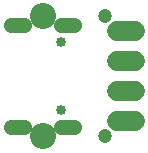
<source format=gbr>
G04 EAGLE Gerber RS-274X export*
G75*
%MOMM*%
%FSLAX34Y34*%
%LPD*%
%INSoldermask Bottom*%
%IPPOS*%
%AMOC8*
5,1,8,0,0,1.08239X$1,22.5*%
G01*
%ADD10C,2.203200*%
%ADD11C,1.203200*%
%ADD12C,1.727200*%
%ADD13C,0.853200*%
%ADD14C,1.311200*%


D10*
X38100Y571500D03*
X38100Y469900D03*
D11*
X90170Y571500D03*
X90170Y469900D03*
D12*
X100330Y558800D02*
X115570Y558800D01*
X115570Y533400D02*
X100330Y533400D01*
X100330Y508000D02*
X115570Y508000D01*
X115570Y482600D02*
X100330Y482600D01*
D13*
X53370Y549600D03*
X53370Y491800D03*
D14*
X52830Y563900D02*
X63910Y563900D01*
X22110Y563900D02*
X11030Y563900D01*
X11030Y477500D02*
X22110Y477500D01*
X52830Y477500D02*
X63910Y477500D01*
M02*

</source>
